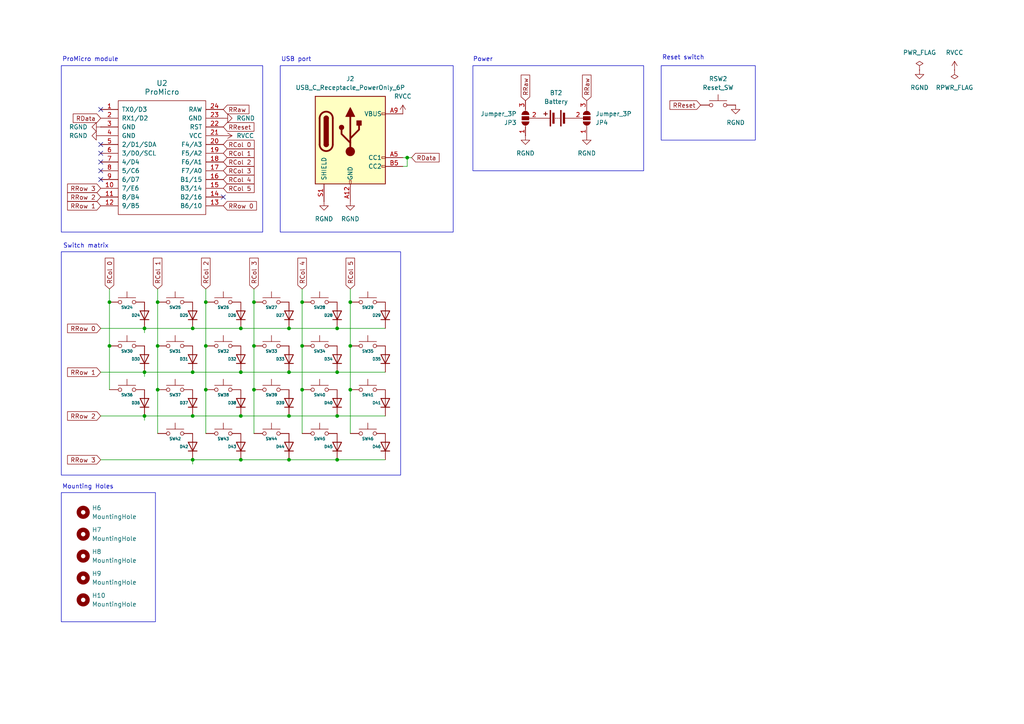
<source format=kicad_sch>
(kicad_sch (version 20231120) (generator "eeschema") (generator_version "8.0")
  (paper "A4")
  (lib_symbols
    (symbol "Connector:USB_C_Receptacle_PowerOnly_6P" (pin_names (offset 1.016))
      (property "Reference" "J" (at 0 16.51 0))
      (property "Value" "USB_C_Receptacle_PowerOnly_6P" (at 0 13.97 0))
      (symbol "USB_C_Receptacle_PowerOnly_6P_0_0"
        (rectangle (start -0.254 -12.7) (end 0.254 -11.684))
        (rectangle (start 10.16 -7.366) (end 9.144 -7.874))
        (rectangle (start 10.16 -4.826) (end 9.144 -5.334))
        (rectangle (start 10.16 7.874) (end 9.144 7.366))
      )
      (symbol "USB_C_Receptacle_PowerOnly_6P_0_1"
        (rectangle (start -10.16 12.7) (end 10.16 -12.7) (stroke (width 0.254)) (fill (type background)))
        (arc (start -8.89 -1.27) (mid -6.985 -3.1667) (end -5.08 -1.27) (stroke (width 0.508)))
        (arc (start -7.62 -1.27) (mid -6.985 -1.9023) (end -6.35 -1.27) (stroke (width 0.254)))
        (arc (start -7.62 -1.27) (mid -6.985 -1.9023) (end -6.35 -1.27) (stroke (width 0.254)) (fill (type outline)))
        (rectangle (start -7.62 -1.27) (end -6.35 6.35) (stroke (width 0.254)) (fill (type outline)))
        (arc (start -6.35 6.35) (mid -6.985 6.9823) (end -7.62 6.35) (stroke (width 0.254)))
        (arc (start -6.35 6.35) (mid -6.985 6.9823) (end -7.62 6.35) (stroke (width 0.254)) (fill (type outline)))
        (arc (start -5.08 6.35) (mid -6.985 8.2467) (end -8.89 6.35) (stroke (width 0.508)))
        (circle (center -2.54 3.683) (radius 0.635) (stroke (width 0.254)) (fill (type outline)))
        (circle (center 0 -3.302) (radius 1.27) (fill (type outline)))
        (polyline (pts (xy -8.89 -1.27) (xy -8.89 6.35)) (stroke (width 0.508)))
        (polyline (pts (xy -5.08 6.35) (xy -5.08 -1.27)) (stroke (width 0.508)))
        (polyline (pts (xy 0 -3.302) (xy 0 6.858)) (stroke (width 0.508)))
        (polyline (pts (xy 0 -0.762) (xy -2.54 1.778) (xy -2.54 3.048)) (stroke (width 0.508)))
        (polyline (pts (xy 0 0.508) (xy 2.54 3.048) (xy 2.54 4.318)) (stroke (width 0.508)))
        (polyline (pts (xy -1.27 6.858) (xy 0 9.398) (xy 1.27 6.858) (xy -1.27 6.858)) (stroke (width 0.254)) (fill (type outline)))
        (rectangle (start 1.905 4.318) (end 3.175 5.588) (stroke (width 0.254)) (fill (type outline)))
      )
      (symbol "USB_C_Receptacle_PowerOnly_6P_1_1"
        (pin passive line (at 0 -17.78 90) (length 5.08) (name "GND") (number "A12"))
        (pin bidirectional line (at 15.24 -5.08 180) (length 5.08) (name "CC1") (number "A5"))
        (pin passive line (at 15.24 7.62 180) (length 5.08) (name "VBUS") (number "A9"))
        (pin passive line (at 0 -17.78 90) (length 5.08) hide (name "GND") (number "B12"))
        (pin bidirectional line (at 15.24 -7.62 180) (length 5.08) (name "CC2") (number "B5"))
        (pin passive line (at 15.24 7.62 180) (length 5.08) hide (name "VBUS") (number "B9"))
        (pin passive line (at -7.62 -17.78 90) (length 5.08) (name "SHIELD") (number "S1"))
      )
    )
    (symbol "Device:Battery" (pin_numbers hide) (pin_names (offset 0) hide)
      (property "Reference" "BT" (at 2.54 2.54 0))
      (property "Value" "Battery" (at 2.54 0 0))
      (symbol "Battery_0_1"
        (rectangle (start -2.286 -1.27) (end 2.286 -1.524) (fill (type outline)))
        (rectangle (start -2.286 1.778) (end 2.286 1.524) (fill (type outline)))
        (rectangle (start -1.524 -2.032) (end 1.524 -2.54) (fill (type outline)))
        (rectangle (start -1.524 1.016) (end 1.524 0.508) (fill (type outline)))
        (polyline (pts (xy 0 -1.016) (xy 0 -0.762)))
        (polyline (pts (xy 0 -0.508) (xy 0 -0.254)))
        (polyline (pts (xy 0 0) (xy 0 0.254)))
        (polyline (pts (xy 0 1.778) (xy 0 2.54)))
        (polyline (pts (xy 0.762 3.048) (xy 1.778 3.048)) (stroke (width 0.254)))
        (polyline (pts (xy 1.27 3.556) (xy 1.27 2.54)) (stroke (width 0.254)))
      )
      (symbol "Battery_1_1"
        (pin passive line (at 0 5.08 270) (length 2.54) (name "+") (number "1"))
        (pin passive line (at 0 -5.08 90) (length 2.54) (name "-") (number "2"))
      )
    )
    (symbol "Device:D" (pin_numbers hide) (pin_names (offset 1.016) hide)
      (property "Reference" "D" (at 0 2.54 0))
      (property "Value" "D" (at 0 -2.54 0))
      (symbol "D_0_1"
        (polyline (pts (xy -1.27 1.27) (xy -1.27 -1.27)) (stroke (width 0.254)))
        (polyline (pts (xy 1.27 0) (xy -1.27 0)))
        (polyline (pts (xy 1.27 1.27) (xy 1.27 -1.27) (xy -1.27 0) (xy 1.27 1.27)) (stroke (width 0.254)))
      )
      (symbol "D_1_1"
        (pin passive line (at -3.81 0 0) (length 2.54) (name "K") (number "1"))
        (pin passive line (at 3.81 0 180) (length 2.54) (name "A") (number "2"))
      )
    )
    (symbol "Jumper:SolderJumper_3_Open" (pin_names (offset 0) hide) (exclude_from_sim yes) (in_bom no)
      (property "Reference" "JP" (at -2.54 -2.54 0))
      (property "Value" "SolderJumper_3_Open" (at 0 2.794 0))
      (symbol "SolderJumper_3_Open_0_1"
        (arc (start -1.016 1.016) (mid -2.0276 0) (end -1.016 -1.016))
        (arc (start -1.016 1.016) (mid -2.0276 0) (end -1.016 -1.016) (fill (type outline)))
        (rectangle (start -0.508 1.016) (end 0.508 -1.016) (fill (type outline)))
        (polyline (pts (xy -2.54 0) (xy -2.032 0)))
        (polyline (pts (xy -1.016 1.016) (xy -1.016 -1.016)))
        (polyline (pts (xy 0 -1.27) (xy 0 -1.016)))
        (polyline (pts (xy 1.016 1.016) (xy 1.016 -1.016)))
        (polyline (pts (xy 2.54 0) (xy 2.032 0)))
        (arc (start 1.016 -1.016) (mid 2.0276 0) (end 1.016 1.016))
        (arc (start 1.016 -1.016) (mid 2.0276 0) (end 1.016 1.016) (fill (type outline)))
      )
      (symbol "SolderJumper_3_Open_1_1"
        (pin passive line (at -5.08 0 0) (length 2.54) (name "A") (number "1"))
        (pin passive line (at 0 -3.81 90) (length 2.54) (name "C") (number "2"))
        (pin passive line (at 5.08 0 180) (length 2.54) (name "B") (number "3"))
      )
    )
    (symbol "Mechanical:MountingHole" (pin_names (offset 1.016)) (exclude_from_sim yes) (in_bom no)
      (property "Reference" "H" (at 0 5.08 0))
      (property "Value" "MountingHole" (at 0 3.175 0))
      (symbol "MountingHole_0_1"
        (circle (center 0 0) (radius 1.27) (stroke (width 1.27)))
      )
    )
    (symbol "Switch:SW_Push" (pin_numbers hide) (pin_names (offset 1.016) hide)
      (property "Reference" "SW" (at 1.27 2.54 0))
      (property "Value" "SW_Push" (at 0 -1.524 0))
      (symbol "SW_Push_0_1"
        (circle (center -2.032 0) (radius 0.508))
        (polyline (pts (xy 0 1.27) (xy 0 3.048)))
        (polyline (pts (xy 2.54 1.27) (xy -2.54 1.27)))
        (circle (center 2.032 0) (radius 0.508))
        (pin passive line (at -5.08 0 0) (length 2.54) (name "1") (number "1"))
        (pin passive line (at 5.08 0 180) (length 2.54) (name "2") (number "2"))
      )
    )
    (symbol "kbd:ProMicro" (pin_names (offset 1.016))
      (property "Reference" "U" (at 0 19.05 0))
      (property "Value" "ProMicro" (at 0 -19.05 0))
      (symbol "ProMicro_0_1"
        (rectangle (start -12.7 16.51) (end 12.7 -16.51))
      )
      (symbol "ProMicro_1_1"
        (pin bidirectional line (at -17.78 13.97 0) (length 5.08) (name "TX0/D3") (number "1"))
        (pin bidirectional line (at -17.78 -8.89 0) (length 5.08) (name "7/E6") (number "10"))
        (pin bidirectional line (at -17.78 -11.43 0) (length 5.08) (name "8/B4") (number "11"))
        (pin bidirectional line (at -17.78 -13.97 0) (length 5.08) (name "9/B5") (number "12"))
        (pin bidirectional line (at 17.78 -13.97 180) (length 5.08) (name "B6/10") (number "13"))
        (pin bidirectional line (at 17.78 -11.43 180) (length 5.08) (name "B2/16") (number "14"))
        (pin bidirectional line (at 17.78 -8.89 180) (length 5.08) (name "B3/14") (number "15"))
        (pin bidirectional line (at 17.78 -6.35 180) (length 5.08) (name "B1/15") (number "16"))
        (pin bidirectional line (at 17.78 -3.81 180) (length 5.08) (name "F7/A0") (number "17"))
        (pin bidirectional line (at 17.78 -1.27 180) (length 5.08) (name "F6/A1") (number "18"))
        (pin bidirectional line (at 17.78 1.27 180) (length 5.08) (name "F5/A2") (number "19"))
        (pin bidirectional line (at -17.78 11.43 0) (length 5.08) (name "RX1/D2") (number "2"))
        (pin bidirectional line (at 17.78 3.81 180) (length 5.08) (name "F4/A3") (number "20"))
        (pin power_in line (at 17.78 6.35 180) (length 5.08) (name "VCC") (number "21"))
        (pin input line (at 17.78 8.89 180) (length 5.08) (name "RST") (number "22"))
        (pin power_in line (at 17.78 11.43 180) (length 5.08) (name "GND") (number "23"))
        (pin power_out line (at 17.78 13.97 180) (length 5.08) (name "RAW") (number "24"))
        (pin power_in line (at -17.78 8.89 0) (length 5.08) (name "GND") (number "3"))
        (pin power_in line (at -17.78 6.35 0) (length 5.08) (name "GND") (number "4"))
        (pin bidirectional line (at -17.78 3.81 0) (length 5.08) (name "2/D1/SDA") (number "5"))
        (pin bidirectional line (at -17.78 1.27 0) (length 5.08) (name "3/D0/SCL") (number "6"))
        (pin bidirectional line (at -17.78 -1.27 0) (length 5.08) (name "4/D4") (number "7"))
        (pin bidirectional line (at -17.78 -3.81 0) (length 5.08) (name "5/C6") (number "8"))
        (pin bidirectional line (at -17.78 -6.35 0) (length 5.08) (name "6/D7") (number "9"))
      )
    )
    (symbol "power:GND" (power) (pin_numbers hide) (pin_names (offset 0) hide)
      (property "Value" "GND" (at 0 -3.81 0))
      (symbol "GND_0_1"
        (polyline (pts (xy 0 0) (xy 0 -1.27) (xy 1.27 -1.27) (xy 0 -2.54) (xy -1.27 -1.27) (xy 0 -1.27)))
      )
      (symbol "GND_1_1"
        (pin power_in line (at 0 0 270) (length 0) (name "~") (number "1"))
      )
    )
    (symbol "power:PWR_FLAG" (power) (pin_numbers hide) (pin_names (offset 0) hide)
      (property "Value" "PWR_FLAG" (at 0 3.81 0))
      (symbol "PWR_FLAG_0_0"
        (pin power_out line (at 0 0 90) (length 0) (name "~") (number "1"))
      )
      (symbol "PWR_FLAG_0_1"
        (polyline (pts (xy 0 0) (xy 0 1.27) (xy -1.016 1.905) (xy 0 2.54) (xy 1.016 1.905) (xy 0 1.27)))
      )
    )
    (symbol "power:VCC" (power) (pin_numbers hide) (pin_names (offset 0) hide)
      (property "Value" "VCC" (at 0 3.556 0))
      (symbol "VCC_0_1"
        (polyline (pts (xy -0.762 1.27) (xy 0 2.54)))
        (polyline (pts (xy 0 0) (xy 0 2.54)))
        (polyline (pts (xy 0 2.54) (xy 0.762 1.27)))
      )
      (symbol "VCC_1_1"
        (pin power_in line (at 0 0 90) (length 0) (name "~") (number "1"))
      )
    )
  )
  (junction (at 83.82 95.25))
  (junction (at 101.6 100.33))
  (junction (at 45.72 87.63))
  (junction (at 83.82 120.65))
  (junction (at 73.66 100.33))
  (junction (at 55.88 120.65))
  (junction (at 31.75 100.33))
  (junction (at 69.85 107.95))
  (junction (at 97.79 107.95))
  (junction (at 97.79 120.65))
  (junction (at 31.75 87.63))
  (junction (at 59.69 87.63))
  (junction (at 45.72 113.03))
  (junction (at 101.6 113.03))
  (junction (at 55.88 107.95))
  (junction (at 55.88 95.25))
  (junction (at 41.91 95.25))
  (junction (at 59.69 100.33))
  (junction (at 73.66 87.63))
  (junction (at 41.91 120.65))
  (junction (at 69.85 133.35))
  (junction (at 55.88 133.35))
  (junction (at 73.66 113.03))
  (junction (at 45.72 100.33))
  (junction (at 97.79 133.35))
  (junction (at 83.82 133.35))
  (junction (at 83.82 107.95))
  (junction (at 69.85 95.25))
  (junction (at 87.63 113.03))
  (junction (at 41.91 107.95))
  (junction (at 118.11 45.72))
  (junction (at 87.63 100.33))
  (junction (at 97.79 95.25))
  (junction (at 69.85 120.65))
  (junction (at 59.69 113.03))
  (junction (at 101.6 87.63))
  (junction (at 87.63 87.63))
  (no_connect (at 29.21 31.75))
  (no_connect (at 29.21 41.91))
  (no_connect (at 29.21 44.45))
  (no_connect (at 64.77 57.15))
  (no_connect (at 29.21 52.07))
  (no_connect (at 29.21 46.99))
  (no_connect (at 29.21 49.53))
  (wire (pts (xy 31.75 83.82) (xy 31.75 87.63)))
  (wire (pts (xy 59.69 83.82) (xy 59.69 87.63)))
  (wire (pts (xy 55.88 133.35) (xy 55.88 134.62)))
  (wire (pts (xy 97.79 120.65) (xy 111.76 120.65)))
  (wire (pts (xy 55.88 95.25) (xy 69.85 95.25)))
  (wire (pts (xy 55.88 120.65) (xy 69.85 120.65)))
  (wire (pts (xy 41.91 95.25) (xy 41.91 96.52)))
  (wire (pts (xy 45.72 87.63) (xy 45.72 100.33)))
  (wire (pts (xy 87.63 83.82) (xy 87.63 87.63)))
  (wire (pts (xy 41.91 107.95) (xy 55.88 107.95)))
  (wire (pts (xy 101.6 113.03) (xy 101.6 125.73)))
  (wire (pts (xy 101.6 83.82) (xy 101.6 87.63)))
  (wire (pts (xy 29.21 95.25) (xy 41.91 95.25)))
  (wire (pts (xy 83.82 107.95) (xy 97.79 107.95)))
  (wire (pts (xy 59.69 87.63) (xy 59.69 100.33)))
  (wire (pts (xy 118.11 45.72) (xy 118.11 48.26)))
  (wire (pts (xy 69.85 120.65) (xy 83.82 120.65)))
  (wire (pts (xy 41.91 120.65) (xy 55.88 120.65)))
  (wire (pts (xy 69.85 95.25) (xy 83.82 95.25)))
  (wire (pts (xy 97.79 95.25) (xy 111.76 95.25)))
  (wire (pts (xy 97.79 107.95) (xy 111.76 107.95)))
  (wire (pts (xy 101.6 100.33) (xy 101.6 113.03)))
  (wire (pts (xy 55.88 133.35) (xy 69.85 133.35)))
  (wire (pts (xy 101.6 87.63) (xy 101.6 100.33)))
  (wire (pts (xy 29.21 133.35) (xy 55.88 133.35)))
  (wire (pts (xy 69.85 133.35) (xy 83.82 133.35)))
  (wire (pts (xy 55.88 107.95) (xy 69.85 107.95)))
  (wire (pts (xy 45.72 100.33) (xy 45.72 113.03)))
  (wire (pts (xy 41.91 120.65) (xy 41.91 121.92)))
  (wire (pts (xy 69.85 107.95) (xy 83.82 107.95)))
  (wire (pts (xy 73.66 83.82) (xy 73.66 87.63)))
  (wire (pts (xy 45.72 83.82) (xy 45.72 87.63)))
  (wire (pts (xy 41.91 107.95) (xy 41.91 109.22)))
  (wire (pts (xy 41.91 95.25) (xy 55.88 95.25)))
  (wire (pts (xy 31.75 87.63) (xy 31.75 100.33)))
  (wire (pts (xy 83.82 95.25) (xy 97.79 95.25)))
  (wire (pts (xy 118.11 45.72) (xy 119.38 45.72)))
  (wire (pts (xy 116.84 48.26) (xy 118.11 48.26)))
  (wire (pts (xy 87.63 87.63) (xy 87.63 100.33)))
  (wire (pts (xy 73.66 113.03) (xy 73.66 125.73)))
  (wire (pts (xy 87.63 100.33) (xy 87.63 113.03)))
  (wire (pts (xy 59.69 113.03) (xy 59.69 125.73)))
  (wire (pts (xy 83.82 120.65) (xy 97.79 120.65)))
  (wire (pts (xy 97.79 133.35) (xy 111.76 133.35)))
  (wire (pts (xy 73.66 87.63) (xy 73.66 100.33)))
  (wire (pts (xy 31.75 100.33) (xy 31.75 113.03)))
  (wire (pts (xy 87.63 113.03) (xy 87.63 125.73)))
  (wire (pts (xy 45.72 113.03) (xy 45.72 125.73)))
  (wire (pts (xy 116.84 45.72) (xy 118.11 45.72)))
  (wire (pts (xy 83.82 133.35) (xy 97.79 133.35)))
  (wire (pts (xy 59.69 100.33) (xy 59.69 113.03)))
  (wire (pts (xy 29.21 107.95) (xy 41.91 107.95)))
  (wire (pts (xy 73.66 100.33) (xy 73.66 113.03)))
  (wire (pts (xy 29.21 120.65) (xy 41.91 120.65)))
  (rectangle (start 17.78 19.05) (end 76.2 67.31))
  (rectangle (start 137.16 19.05) (end 186.69 49.53))
  (rectangle (start 81.28 19.05) (end 131.445 67.31))
  (rectangle (start 191.77 19.05) (end 219.075 40.64))
  (rectangle (start 17.78 142.875) (end 45.085 180.34))
  (rectangle (start 17.78 73.025) (end 116.205 137.795))
  (text "Switch matrix" (at 18.288 72.136 0) (effects (font (size 1.27 1.27)) (justify left bottom)))
  (text "Mounting Holes" (at 18.034 141.986 0) (effects (font (size 1.27 1.27)) (justify left bottom)))
  (text "USB port" (at 81.534 18.034 0) (effects (font (size 1.27 1.27)) (justify left bottom)))
  (text "Power" (at 137.16 18.034 0) (effects (font (size 1.27 1.27)) (justify left bottom)))
  (text "ProMicro module" (at 18.034 18.034 0) (effects (font (size 1.27 1.27)) (justify left bottom)))
  (text "Reset switch" (at 192.024 17.526 0) (effects (font (size 1.27 1.27)) (justify left bottom)))
  (global_label "RData" (shape input) (at 119.38 45.72 0) (property "Intersheetrefs" "${INTERSHEET_REFS}" (effects (hide yes))))
  (global_label "RCol 0" (shape input) (at 64.77 41.91 0) (property "Intersheetrefs" "${INTERSHEET_REFS}" (effects (hide yes))))
  (global_label "RCol 1" (shape input) (at 64.77 44.45 0) (property "Intersheetrefs" "${INTERSHEET_REFS}" (effects (hide yes))))
  (global_label "RReset" (shape input) (at 203.2 30.48 180) (property "Intersheetrefs" "${INTERSHEET_REFS}" (effects (hide yes))))
  (global_label "RCol 2" (shape input) (at 64.77 46.99 0) (property "Intersheetrefs" "${INTERSHEET_REFS}" (effects (hide yes))))
  (global_label "RReset" (shape input) (at 64.77 36.83 0) (property "Intersheetrefs" "${INTERSHEET_REFS}" (effects (hide yes))))
  (global_label "RRow 0" (shape input) (at 29.21 95.25 180) (property "Intersheetrefs" "${INTERSHEET_REFS}" (effects (hide yes))))
  (global_label "RCol 5" (shape input) (at 101.6 83.82 90) (property "Intersheetrefs" "${INTERSHEET_REFS}" (effects (hide yes))))
  (global_label "RRaw" (shape input) (at 170.18 29.21 90) (property "Intersheetrefs" "${INTERSHEET_REFS}" (effects (hide yes))))
  (global_label "RRow 3" (shape input) (at 29.21 54.61 180) (property "Intersheetrefs" "${INTERSHEET_REFS}" (effects (hide yes))))
  (global_label "RCol 2" (shape input) (at 59.69 83.82 90) (property "Intersheetrefs" "${INTERSHEET_REFS}" (effects (hide yes))))
  (global_label "RData" (shape input) (at 29.21 34.29 180) (property "Intersheetrefs" "${INTERSHEET_REFS}" (effects (hide yes))))
  (global_label "RRow 2" (shape input) (at 29.21 120.65 180) (property "Intersheetrefs" "${INTERSHEET_REFS}" (effects (hide yes))))
  (global_label "RCol 1" (shape input) (at 45.72 83.82 90) (property "Intersheetrefs" "${INTERSHEET_REFS}" (effects (hide yes))))
  (global_label "RCol 3" (shape input) (at 73.66 83.82 90) (property "Intersheetrefs" "${INTERSHEET_REFS}" (effects (hide yes))))
  (global_label "RCol 3" (shape input) (at 64.77 49.53 0) (property "Intersheetrefs" "${INTERSHEET_REFS}" (effects (hide yes))))
  (global_label "RRow 3" (shape input) (at 29.21 133.35 180) (property "Intersheetrefs" "${INTERSHEET_REFS}" (effects (hide yes))))
  (global_label "RRow 1" (shape input) (at 29.21 107.95 180) (property "Intersheetrefs" "${INTERSHEET_REFS}" (effects (hide yes))))
  (global_label "RRaw" (shape input) (at 152.4 29.21 90) (property "Intersheetrefs" "${INTERSHEET_REFS}" (effects (hide yes))))
  (global_label "RCol 4" (shape input) (at 64.77 52.07 0) (property "Intersheetrefs" "${INTERSHEET_REFS}" (effects (hide yes))))
  (global_label "RRow 1" (shape input) (at 29.21 59.69 180) (property "Intersheetrefs" "${INTERSHEET_REFS}" (effects (hide yes))))
  (global_label "RCol 5" (shape input) (at 64.77 54.61 0) (property "Intersheetrefs" "${INTERSHEET_REFS}" (effects (hide yes))))
  (global_label "RCol 4" (shape input) (at 87.63 83.82 90) (property "Intersheetrefs" "${INTERSHEET_REFS}" (effects (hide yes))))
  (global_label "RRow 0" (shape input) (at 64.77 59.69 0) (property "Intersheetrefs" "${INTERSHEET_REFS}" (effects (hide yes))))
  (global_label "RRaw" (shape input) (at 64.77 31.75 0) (property "Intersheetrefs" "${INTERSHEET_REFS}" (effects (hide yes))))
  (global_label "RRow 2" (shape input) (at 29.21 57.15 180) (property "Intersheetrefs" "${INTERSHEET_REFS}" (effects (hide yes))))
  (global_label "RCol 0" (shape input) (at 31.75 83.82 90) (property "Intersheetrefs" "${INTERSHEET_REFS}" (effects (hide yes))))
  (symbol (lib_id "Switch:SW_Push") (at 64.77 125.73 0) (unit 1)
    (property "Reference" "SW43" (at 64.77 127.254 0) (effects (font (size 0.8128 0.8128))))
    (property "Value" "SW_Push" (effects (hide yes)))
    (property "Footprint" "axseem:SW_MX_Choc-v1v2_Hotswap" (effects (hide yes)))
    (property "Description" "Push button switch, generic, two pins" (effects (hide yes)))
  )
  (symbol (lib_id "Connector:USB_C_Receptacle_PowerOnly_6P") (at 101.6 40.64 0) (unit 1)
    (property "Reference" "J2" (at 101.6 22.86 0))
    (property "Value" "USB_C_Receptacle_PowerOnly_6P" (at 101.6 25.4 0))
    (property "Footprint" "axseem:USB-C_6Pin_Mid-mount" (effects (hide yes)))
    (property "Datasheet" "https://www.usb.org/sites/default/files/documents/usb_type-c.zip" (effects (hide yes)))
    (property "Description" "USB Power-Only 6P Type-C Receptacle connector" (effects (hide yes)))
  )
  (symbol (lib_id "Switch:SW_Push") (at 36.83 87.63 0) (unit 1)
    (property "Reference" "SW24" (at 36.83 89.154 0) (effects (font (size 0.8128 0.8128))))
    (property "Value" "SW_Push" (effects (hide yes)))
    (property "Footprint" "axseem:SW_MX_Choc-v1v2_Hotswap" (effects (hide yes)))
    (property "Description" "Push button switch, generic, two pins" (effects (hide yes)))
  )
  (symbol (lib_id "Switch:SW_Push") (at 36.83 100.33 0) (unit 1)
    (property "Reference" "SW30" (at 36.83 101.854 0) (effects (font (size 0.8128 0.8128))))
    (property "Value" "SW_Push" (effects (hide yes)))
    (property "Footprint" "axseem:SW_MX_Choc-v1v2_Hotswap" (effects (hide yes)))
    (property "Description" "Push button switch, generic, two pins" (effects (hide yes)))
  )
  (symbol (lib_id "Mechanical:MountingHole") (at 24.13 173.99 0) (unit 1) (exclude_from_sim yes) (in_bom no)
    (property "Reference" "H10" (at 26.67 172.7199 0) (effects (justify left)))
    (property "Value" "MountingHole" (at 26.67 175.2599 0) (effects (justify left)))
    (property "Footprint" "MountingHole:MountingHole_2.2mm_M2_DIN965" (effects (hide yes)))
    (property "Description" "Mounting Hole without connection" (effects (hide yes)))
  )
  (symbol (lib_id "Switch:SW_Push") (at 64.77 87.63 0) (unit 1)
    (property "Reference" "SW26" (at 64.77 89.154 0) (effects (font (size 0.8128 0.8128))))
    (property "Value" "SW_Push" (effects (hide yes)))
    (property "Footprint" "axseem:SW_MX_Choc-v1v2_Hotswap" (effects (hide yes)))
    (property "Description" "Push button switch, generic, two pins" (effects (hide yes)))
  )
  (symbol (lib_id "power:VCC") (at 64.77 39.37 270) (unit 1)
    (property "Reference" "#PWR019" (effects (hide yes)))
    (property "Value" "RVCC" (at 68.58 39.3699 90) (effects (justify left)))
    (property "Description" "Power symbol creates a global label with name \"VCC\"" (effects (hide yes)))
  )
  (symbol (lib_id "Jumper:SolderJumper_3_Open") (at 152.4 34.29 90) (unit 1) (exclude_from_sim yes) (in_bom no)
    (property "Reference" "JP3" (at 149.86 35.5601 90) (effects (justify left)))
    (property "Value" "Jumper_3P" (at 149.86 33.0201 90) (effects (justify left)))
    (property "Footprint" "axseem:SolderJumper-3_P" (effects (hide yes)))
    (property "Description" "Solder Jumper, 3-pole, open" (effects (hide yes)))
  )
  (symbol (lib_id "Device:D") (at 97.79 129.54 90) (unit 1)
    (property "Reference" "D45" (at 96.52 129.54 90) (effects (font (size 0.8128 0.8128)) (justify left)))
    (property "Value" "D" (effects (hide yes)))
    (property "Footprint" "Diode_SMD:D_SOD-323_HandSoldering" (effects (hide yes)))
    (property "Description" "Diode" (effects (hide yes)))
    (property "Sim.Device" "D" (effects (hide yes)))
    (property "Sim.Pins" "1=K 2=A" (effects (hide yes)))
  )
  (symbol (lib_id "Switch:SW_Push") (at 78.74 113.03 0) (unit 1)
    (property "Reference" "SW39" (at 78.74 114.554 0) (effects (font (size 0.8128 0.8128))))
    (property "Value" "SW_Push" (effects (hide yes)))
    (property "Footprint" "axseem:SW_MX_Choc-v1v2_Hotswap" (effects (hide yes)))
    (property "Description" "Push button switch, generic, two pins" (effects (hide yes)))
  )
  (symbol (lib_id "Switch:SW_Push") (at 92.71 100.33 0) (unit 1)
    (property "Reference" "SW34" (at 92.71 101.854 0) (effects (font (size 0.8128 0.8128))))
    (property "Value" "SW_Push" (effects (hide yes)))
    (property "Footprint" "axseem:SW_MX_Choc-v1v2_Hotswap" (effects (hide yes)))
    (property "Description" "Push button switch, generic, two pins" (effects (hide yes)))
  )
  (symbol (lib_id "Device:D") (at 55.88 104.14 90) (unit 1)
    (property "Reference" "D31" (at 54.61 104.14 90) (effects (font (size 0.8128 0.8128)) (justify left)))
    (property "Value" "D" (effects (hide yes)))
    (property "Footprint" "Diode_SMD:D_SOD-323_HandSoldering" (effects (hide yes)))
    (property "Description" "Diode" (effects (hide yes)))
    (property "Sim.Device" "D" (effects (hide yes)))
    (property "Sim.Pins" "1=K 2=A" (effects (hide yes)))
  )
  (symbol (lib_id "Switch:SW_Push") (at 78.74 125.73 0) (unit 1)
    (property "Reference" "SW44" (at 78.74 127.254 0) (effects (font (size 0.8128 0.8128))))
    (property "Value" "SW_Push" (effects (hide yes)))
    (property "Footprint" "axseem:SW_MX_Choc-v1v2_Hotswap" (effects (hide yes)))
    (property "Description" "Push button switch, generic, two pins" (effects (hide yes)))
  )
  (symbol (lib_id "Switch:SW_Push") (at 78.74 100.33 0) (unit 1)
    (property "Reference" "SW33" (at 78.74 101.854 0) (effects (font (size 0.8128 0.8128))))
    (property "Value" "SW_Push" (effects (hide yes)))
    (property "Footprint" "axseem:SW_MX_Choc-v1v2_Hotswap" (effects (hide yes)))
    (property "Description" "Push button switch, generic, two pins" (effects (hide yes)))
  )
  (symbol (lib_id "Device:D") (at 41.91 91.44 90) (unit 1)
    (property "Reference" "D24" (at 40.64 91.44 90) (effects (font (size 0.8128 0.8128)) (justify left)))
    (property "Value" "D" (effects (hide yes)))
    (property "Footprint" "Diode_SMD:D_SOD-323_HandSoldering" (effects (hide yes)))
    (property "Description" "Diode" (effects (hide yes)))
    (property "Sim.Device" "D" (effects (hide yes)))
    (property "Sim.Pins" "1=K 2=A" (effects (hide yes)))
  )
  (symbol (lib_id "power:GND") (at 29.21 39.37 270) (unit 1)
    (property "Reference" "#PWR018" (effects (hide yes)))
    (property "Value" "RGND" (at 25.4 39.3699 90) (effects (justify right)))
    (property "Description" "Power symbol creates a global label with name \"GND\" , ground" (effects (hide yes)))
  )
  (symbol (lib_id "Mechanical:MountingHole") (at 24.13 161.29 0) (unit 1) (exclude_from_sim yes) (in_bom no)
    (property "Reference" "H8" (at 26.67 160.0199 0) (effects (justify left)))
    (property "Value" "MountingHole" (at 26.67 162.5599 0) (effects (justify left)))
    (property "Footprint" "MountingHole:MountingHole_2.2mm_M2_DIN965" (effects (hide yes)))
    (property "Description" "Mounting Hole without connection" (effects (hide yes)))
  )
  (symbol (lib_id "power:PWR_FLAG") (at 276.86 20.32 180) (unit 1)
    (property "Reference" "#FLG04" (effects (hide yes)))
    (property "Value" "RPWR_FLAG" (at 276.86 25.4 0))
    (property "Description" "Special symbol for telling ERC where power comes from" (effects (hide yes)))
  )
  (symbol (lib_id "power:GND") (at 64.77 34.29 90) (unit 1)
    (property "Reference" "#PWR016" (effects (hide yes)))
    (property "Value" "RGND" (at 68.58 34.2899 90) (effects (justify right)))
    (property "Description" "Power symbol creates a global label with name \"GND\" , ground" (effects (hide yes)))
  )
  (symbol (lib_id "Device:D") (at 111.76 104.14 90) (unit 1)
    (property "Reference" "D35" (at 110.49 104.14 90) (effects (font (size 0.8128 0.8128)) (justify left)))
    (property "Value" "D" (effects (hide yes)))
    (property "Footprint" "Diode_SMD:D_SOD-323_HandSoldering" (effects (hide yes)))
    (property "Description" "Diode" (effects (hide yes)))
    (property "Sim.Device" "D" (effects (hide yes)))
    (property "Sim.Pins" "1=K 2=A" (effects (hide yes)))
  )
  (symbol (lib_id "Device:D") (at 111.76 116.84 90) (unit 1)
    (property "Reference" "D41" (at 110.49 116.84 90) (effects (font (size 0.8128 0.8128)) (justify left)))
    (property "Value" "D" (effects (hide yes)))
    (property "Footprint" "Diode_SMD:D_SOD-323_HandSoldering" (effects (hide yes)))
    (property "Description" "Diode" (effects (hide yes)))
    (property "Sim.Device" "D" (effects (hide yes)))
    (property "Sim.Pins" "1=K 2=A" (effects (hide yes)))
  )
  (symbol (lib_id "Device:D") (at 55.88 116.84 90) (unit 1)
    (property "Reference" "D37" (at 54.61 116.84 90) (effects (font (size 0.8128 0.8128)) (justify left)))
    (property "Value" "D" (effects (hide yes)))
    (property "Footprint" "Diode_SMD:D_SOD-323_HandSoldering" (effects (hide yes)))
    (property "Description" "Diode" (effects (hide yes)))
    (property "Sim.Device" "D" (effects (hide yes)))
    (property "Sim.Pins" "1=K 2=A" (effects (hide yes)))
  )
  (symbol (lib_id "Device:D") (at 55.88 91.44 90) (unit 1)
    (property "Reference" "D25" (at 54.61 91.44 90) (effects (font (size 0.8128 0.8128)) (justify left)))
    (property "Value" "D" (effects (hide yes)))
    (property "Footprint" "Diode_SMD:D_SOD-323_HandSoldering" (effects (hide yes)))
    (property "Description" "Diode" (effects (hide yes)))
    (property "Sim.Device" "D" (effects (hide yes)))
    (property "Sim.Pins" "1=K 2=A" (effects (hide yes)))
  )
  (symbol (lib_id "power:VCC") (at 116.84 33.02 0) (unit 1)
    (property "Reference" "#PWR015" (effects (hide yes)))
    (property "Value" "RVCC" (at 116.84 27.94 0))
    (property "Description" "Power symbol creates a global label with name \"VCC\"" (effects (hide yes)))
  )
  (symbol (lib_id "Device:D") (at 69.85 104.14 90) (unit 1)
    (property "Reference" "D32" (at 68.58 104.14 90) (effects (font (size 0.8128 0.8128)) (justify left)))
    (property "Value" "D" (effects (hide yes)))
    (property "Footprint" "Diode_SMD:D_SOD-323_HandSoldering" (effects (hide yes)))
    (property "Description" "Diode" (effects (hide yes)))
    (property "Sim.Device" "D" (effects (hide yes)))
    (property "Sim.Pins" "1=K 2=A" (effects (hide yes)))
  )
  (symbol (lib_id "Device:D") (at 83.82 91.44 90) (unit 1)
    (property "Reference" "D27" (at 82.55 91.44 90) (effects (font (size 0.8128 0.8128)) (justify left)))
    (property "Value" "D" (effects (hide yes)))
    (property "Footprint" "Diode_SMD:D_SOD-323_HandSoldering" (effects (hide yes)))
    (property "Description" "Diode" (effects (hide yes)))
    (property "Sim.Device" "D" (effects (hide yes)))
    (property "Sim.Pins" "1=K 2=A" (effects (hide yes)))
  )
  (symbol (lib_id "Switch:SW_Push") (at 92.71 87.63 0) (unit 1)
    (property "Reference" "SW28" (at 92.71 89.154 0) (effects (font (size 0.8128 0.8128))))
    (property "Value" "SW_Push" (effects (hide yes)))
    (property "Footprint" "axseem:SW_MX_Choc-v1v2_Hotswap" (effects (hide yes)))
    (property "Description" "Push button switch, generic, two pins" (effects (hide yes)))
  )
  (symbol (lib_id "Device:Battery") (at 161.29 34.29 90) (unit 1)
    (property "Reference" "BT2" (at 161.29 26.924 90))
    (property "Value" "Battery" (at 161.29 29.464 90))
    (property "Footprint" "axseem:JST_1.25mm_mid-mount" (effects (hide yes)))
    (property "Description" "Multiple-cell battery" (effects (hide yes)))
  )
  (symbol (lib_id "Device:D") (at 69.85 129.54 90) (unit 1)
    (property "Reference" "D43" (at 68.58 129.54 90) (effects (font (size 0.8128 0.8128)) (justify left)))
    (property "Value" "D" (effects (hide yes)))
    (property "Footprint" "Diode_SMD:D_SOD-323_HandSoldering" (effects (hide yes)))
    (property "Description" "Diode" (effects (hide yes)))
    (property "Sim.Device" "D" (effects (hide yes)))
    (property "Sim.Pins" "1=K 2=A" (effects (hide yes)))
  )
  (symbol (lib_id "power:GND") (at 213.36 30.48 0) (unit 1)
    (property "Reference" "#PWR020" (effects (hide yes)))
    (property "Value" "RGND" (at 213.36 35.56 0))
    (property "Description" "Power symbol creates a global label with name \"GND\" , ground" (effects (hide yes)))
  )
  (symbol (lib_id "Device:D") (at 55.88 129.54 90) (unit 1)
    (property "Reference" "D42" (at 54.61 129.54 90) (effects (font (size 0.8128 0.8128)) (justify left)))
    (property "Value" "D" (effects (hide yes)))
    (property "Footprint" "Diode_SMD:D_SOD-323_HandSoldering" (effects (hide yes)))
    (property "Description" "Diode" (effects (hide yes)))
    (property "Sim.Device" "D" (effects (hide yes)))
    (property "Sim.Pins" "1=K 2=A" (effects (hide yes)))
  )
  (symbol (lib_id "Switch:SW_Push") (at 64.77 113.03 0) (unit 1)
    (property "Reference" "SW38" (at 64.77 114.554 0) (effects (font (size 0.8128 0.8128))))
    (property "Value" "SW_Push" (effects (hide yes)))
    (property "Footprint" "axseem:SW_MX_Choc-v1v2_Hotswap" (effects (hide yes)))
    (property "Description" "Push button switch, generic, two pins" (effects (hide yes)))
  )
  (symbol (lib_id "power:GND") (at 266.7 20.32 0) (unit 1)
    (property "Reference" "#PWR012" (effects (hide yes)))
    (property "Value" "RGND" (at 266.7 25.4 0))
    (property "Description" "Power symbol creates a global label with name \"GND\" , ground" (effects (hide yes)))
  )
  (symbol (lib_id "Mechanical:MountingHole") (at 24.13 154.94 0) (unit 1) (exclude_from_sim yes) (in_bom no)
    (property "Reference" "H7" (at 26.67 153.6699 0) (effects (justify left)))
    (property "Value" "MountingHole" (at 26.67 156.2099 0) (effects (justify left)))
    (property "Footprint" "MountingHole:MountingHole_2.2mm_M2_DIN965" (effects (hide yes)))
    (property "Description" "Mounting Hole without connection" (effects (hide yes)))
  )
  (symbol (lib_id "Device:D") (at 111.76 129.54 90) (unit 1)
    (property "Reference" "D46" (at 110.49 129.54 90) (effects (font (size 0.8128 0.8128)) (justify left)))
    (property "Value" "D" (effects (hide yes)))
    (property "Footprint" "Diode_SMD:D_SOD-323_HandSoldering" (effects (hide yes)))
    (property "Description" "Diode" (effects (hide yes)))
    (property "Sim.Device" "D" (effects (hide yes)))
    (property "Sim.Pins" "1=K 2=A" (effects (hide yes)))
  )
  (symbol (lib_id "Switch:SW_Push") (at 106.68 113.03 0) (unit 1)
    (property "Reference" "SW41" (at 106.68 114.554 0) (effects (font (size 0.8128 0.8128))))
    (property "Value" "SW_Push" (effects (hide yes)))
    (property "Footprint" "axseem:SW_MX_Choc-v1v2_Hotswap" (effects (hide yes)))
    (property "Description" "Push button switch, generic, two pins" (effects (hide yes)))
  )
  (symbol (lib_id "power:PWR_FLAG") (at 266.7 20.32 0) (unit 1)
    (property "Reference" "#FLG03" (effects (hide yes)))
    (property "Value" "PWR_FLAG" (at 266.7 15.24 0))
    (property "Description" "Special symbol for telling ERC where power comes from" (effects (hide yes)))
  )
  (symbol (lib_id "Switch:SW_Push") (at 78.74 87.63 0) (unit 1)
    (property "Reference" "SW27" (at 78.74 89.154 0) (effects (font (size 0.8128 0.8128))))
    (property "Value" "SW_Push" (effects (hide yes)))
    (property "Footprint" "axseem:SW_MX_Choc-v1v2_Hotswap" (effects (hide yes)))
    (property "Description" "Push button switch, generic, two pins" (effects (hide yes)))
  )
  (symbol (lib_id "Device:D") (at 41.91 116.84 90) (unit 1)
    (property "Reference" "D36" (at 40.64 116.84 90) (effects (font (size 0.8128 0.8128)) (justify left)))
    (property "Value" "D" (effects (hide yes)))
    (property "Footprint" "Diode_SMD:D_SOD-323_HandSoldering" (effects (hide yes)))
    (property "Description" "Diode" (effects (hide yes)))
    (property "Sim.Device" "D" (effects (hide yes)))
    (property "Sim.Pins" "1=K 2=A" (effects (hide yes)))
  )
  (symbol (lib_id "Switch:SW_Push") (at 50.8 125.73 0) (unit 1)
    (property "Reference" "SW42" (at 50.8 127.254 0) (effects (font (size 0.8128 0.8128))))
    (property "Value" "SW_Push" (effects (hide yes)))
    (property "Footprint" "axseem:SW_MX_Choc-v1v2_Hotswap" (effects (hide yes)))
    (property "Description" "Push button switch, generic, two pins" (effects (hide yes)))
  )
  (symbol (lib_id "Device:D") (at 97.79 91.44 90) (unit 1)
    (property "Reference" "D28" (at 96.52 91.44 90) (effects (font (size 0.8128 0.8128)) (justify left)))
    (property "Value" "D" (effects (hide yes)))
    (property "Footprint" "Diode_SMD:D_SOD-323_HandSoldering" (effects (hide yes)))
    (property "Description" "Diode" (effects (hide yes)))
    (property "Sim.Device" "D" (effects (hide yes)))
    (property "Sim.Pins" "1=K 2=A" (effects (hide yes)))
  )
  (symbol (lib_id "Mechanical:MountingHole") (at 24.13 167.64 0) (unit 1) (exclude_from_sim yes) (in_bom no)
    (property "Reference" "H9" (at 26.67 166.3699 0) (effects (justify left)))
    (property "Value" "MountingHole" (at 26.67 168.9099 0) (effects (justify left)))
    (property "Footprint" "MountingHole:MountingHole_2.2mm_M2_DIN965" (effects (hide yes)))
    (property "Description" "Mounting Hole without connection" (effects (hide yes)))
  )
  (symbol (lib_id "Switch:SW_Push") (at 50.8 87.63 0) (unit 1)
    (property "Reference" "SW25" (at 50.8 89.154 0) (effects (font (size 0.8128 0.8128))))
    (property "Value" "SW_Push" (effects (hide yes)))
    (property "Footprint" "axseem:SW_MX_Choc-v1v2_Hotswap" (effects (hide yes)))
    (property "Description" "Push button switch, generic, two pins" (effects (hide yes)))
  )
  (symbol (lib_id "Switch:SW_Push") (at 106.68 100.33 0) (unit 1)
    (property "Reference" "SW35" (at 106.68 101.854 0) (effects (font (size 0.8128 0.8128))))
    (property "Value" "SW_Push" (effects (hide yes)))
    (property "Footprint" "axseem:SW_MX_Choc-v1v2_Hotswap" (effects (hide yes)))
    (property "Description" "Push button switch, generic, two pins" (effects (hide yes)))
  )
  (symbol (lib_id "Device:D") (at 83.82 104.14 90) (unit 1)
    (property "Reference" "D33" (at 82.55 104.14 90) (effects (font (size 0.8128 0.8128)) (justify left)))
    (property "Value" "D" (effects (hide yes)))
    (property "Footprint" "Diode_SMD:D_SOD-323_HandSoldering" (effects (hide yes)))
    (property "Description" "Diode" (effects (hide yes)))
    (property "Sim.Device" "D" (effects (hide yes)))
    (property "Sim.Pins" "1=K 2=A" (effects (hide yes)))
  )
  (symbol (lib_id "Device:D") (at 83.82 116.84 90) (unit 1)
    (property "Reference" "D39" (at 82.55 116.84 90) (effects (font (size 0.8128 0.8128)) (justify left)))
    (property "Value" "D" (effects (hide yes)))
    (property "Footprint" "Diode_SMD:D_SOD-323_HandSoldering" (effects (hide yes)))
    (property "Description" "Diode" (effects (hide yes)))
    (property "Sim.Device" "D" (effects (hide yes)))
    (property "Sim.Pins" "1=K 2=A" (effects (hide yes)))
  )
  (symbol (lib_id "Device:D") (at 69.85 91.44 90) (unit 1)
    (property "Reference" "D26" (at 68.58 91.44 90) (effects (font (size 0.8128 0.8128)) (justify left)))
    (property "Value" "D" (effects (hide yes)))
    (property "Footprint" "Diode_SMD:D_SOD-323_HandSoldering" (effects (hide yes)))
    (property "Description" "Diode" (effects (hide yes)))
    (property "Sim.Device" "D" (effects (hide yes)))
    (property "Sim.Pins" "1=K 2=A" (effects (hide yes)))
  )
  (symbol (lib_id "Switch:SW_Push") (at 106.68 125.73 0) (unit 1)
    (property "Reference" "SW46" (at 106.68 127.254 0) (effects (font (size 0.8128 0.8128))))
    (property "Value" "SW_Push" (effects (hide yes)))
    (property "Footprint" "axseem:SW_MX_Choc-v1v2_Hotswap" (effects (hide yes)))
    (property "Description" "Push button switch, generic, two pins" (effects (hide yes)))
  )
  (symbol (lib_id "Device:D") (at 41.91 104.14 90) (unit 1)
    (property "Reference" "D30" (at 40.64 104.14 90) (effects (font (size 0.8128 0.8128)) (justify left)))
    (property "Value" "D" (effects (hide yes)))
    (property "Footprint" "Diode_SMD:D_SOD-323_HandSoldering" (effects (hide yes)))
    (property "Description" "Diode" (effects (hide yes)))
    (property "Sim.Device" "D" (effects (hide yes)))
    (property "Sim.Pins" "1=K 2=A" (effects (hide yes)))
  )
  (symbol (lib_id "power:VCC") (at 276.86 20.32 0) (unit 1)
    (property "Reference" "#PWR013" (effects (hide yes)))
    (property "Value" "RVCC" (at 276.86 15.24 0))
    (property "Description" "Power symbol creates a global label with name \"VCC\"" (effects (hide yes)))
  )
  (symbol (lib_id "Switch:SW_Push") (at 208.28 30.48 0) (unit 1)
    (property "Reference" "RSW2" (at 208.28 22.86 0))
    (property "Value" "Reset_SW" (at 208.28 25.4 0))
    (property "Footprint" "axseem:TS-1289VE-4" (effects (hide yes)))
    (property "Description" "Push button switch, generic, two pins" (effects (hide yes)))
  )
  (symbol (lib_id "Device:D") (at 97.79 116.84 90) (unit 1)
    (property "Reference" "D40" (at 96.52 116.84 90) (effects (font (size 0.8128 0.8128)) (justify left)))
    (property "Value" "D" (effects (hide yes)))
    (property "Footprint" "Diode_SMD:D_SOD-323_HandSoldering" (effects (hide yes)))
    (property "Description" "Diode" (effects (hide yes)))
    (property "Sim.Device" "D" (effects (hide yes)))
    (property "Sim.Pins" "1=K 2=A" (effects (hide yes)))
  )
  (symbol (lib_id "Switch:SW_Push") (at 92.71 125.73 0) (unit 1)
    (property "Reference" "SW45" (at 92.71 127.254 0) (effects (font (size 0.8128 0.8128))))
    (property "Value" "SW_Push" (effects (hide yes)))
    (property "Footprint" "axseem:SW_MX_Choc-v1v2_Hotswap" (effects (hide yes)))
    (property "Description" "Push button switch, generic, two pins" (effects (hide yes)))
  )
  (symbol (lib_id "Device:D") (at 69.85 116.84 90) (unit 1)
    (property "Reference" "D38" (at 68.58 116.84 90) (effects (font (size 0.8128 0.8128)) (justify left)))
    (property "Value" "D" (effects (hide yes)))
    (property "Footprint" "Diode_SMD:D_SOD-323_HandSoldering" (effects (hide yes)))
    (property "Description" "Diode" (effects (hide yes)))
    (property "Sim.Device" "D" (effects (hide yes)))
    (property "Sim.Pins" "1=K 2=A" (effects (hide yes)))
  )
  (symbol (lib_id "Switch:SW_Push") (at 50.8 113.03 0) (unit 1)
    (property "Reference" "SW37" (at 50.8 114.554 0) (effects (font (size 0.8128 0.8128))))
    (property "Value" "SW_Push" (effects (hide yes)))
    (property "Footprint" "axseem:SW_MX_Choc-v1v2_Hotswap" (effects (hide yes)))
    (property "Description" "Push button switch, generic, two pins" (effects (hide yes)))
  )
  (symbol (lib_id "power:GND") (at 170.18 39.37 0) (unit 1)
    (property "Reference" "#PWR024" (effects (hide yes)))
    (property "Value" "RGND" (at 170.18 44.45 0))
    (property "Description" "Power symbol creates a global label with name \"GND\" , ground" (effects (hide yes)))
  )
  (symbol (lib_id "kbd:ProMicro") (at 46.99 45.72 0) (unit 1)
    (property "Reference" "U2" (at 46.99 24.13 0) (effects (font (size 1.524 1.524))))
    (property "Value" "ProMicro" (at 46.99 26.67 0) (effects (font (size 1.524 1.524))))
    (property "Footprint" "axseem:ProMicro_SMD" (effects (hide yes)))
  )
  (symbol (lib_id "Mechanical:MountingHole") (at 24.13 148.59 0) (unit 1) (exclude_from_sim yes) (in_bom no)
    (property "Reference" "H6" (at 26.67 147.3199 0) (effects (justify left)))
    (property "Value" "MountingHole" (at 26.67 149.8599 0) (effects (justify left)))
    (property "Footprint" "MountingHole:MountingHole_2.2mm_M2_DIN965" (effects (hide yes)))
    (property "Description" "Mounting Hole without connection" (effects (hide yes)))
  )
  (symbol (lib_id "Device:D") (at 97.79 104.14 90) (unit 1)
    (property "Reference" "D34" (at 96.52 104.14 90) (effects (font (size 0.8128 0.8128)) (justify left)))
    (property "Value" "D" (effects (hide yes)))
    (property "Footprint" "Diode_SMD:D_SOD-323_HandSoldering" (effects (hide yes)))
    (property "Description" "Diode" (effects (hide yes)))
    (property "Sim.Device" "D" (effects (hide yes)))
    (property "Sim.Pins" "1=K 2=A" (effects (hide yes)))
  )
  (symbol (lib_id "power:GND") (at 93.98 58.42 0) (unit 1)
    (property "Reference" "#PWR010" (effects (hide yes)))
    (property "Value" "RGND" (at 93.98 63.5 0))
    (property "Description" "Power symbol creates a global label with name \"GND\" , ground" (effects (hide yes)))
  )
  (symbol (lib_id "Jumper:SolderJumper_3_Open") (at 170.18 34.29 270) (mirror x) (unit 1) (exclude_from_sim yes) (in_bom no)
    (property "Reference" "JP4" (at 172.72 35.5601 90) (effects (justify left)))
    (property "Value" "Jumper_3P" (at 172.72 33.0201 90) (effects (justify left)))
    (property "Footprint" "axseem:SolderJumper-3_P" (effects (hide yes)))
    (property "Description" "Solder Jumper, 3-pole, open" (effects (hide yes)))
  )
  (symbol (lib_id "Switch:SW_Push") (at 106.68 87.63 0) (unit 1)
    (property "Reference" "SW29" (at 106.68 89.154 0) (effects (font (size 0.8128 0.8128))))
    (property "Value" "SW_Push" (effects (hide yes)))
    (property "Footprint" "axseem:SW_MX_Choc-v1v2_Hotswap" (effects (hide yes)))
    (property "Description" "Push button switch, generic, two pins" (effects (hide yes)))
  )
  (symbol (lib_id "Device:D") (at 111.76 91.44 90) (unit 1)
    (property "Reference" "D29" (at 110.49 91.44 90) (effects (font (size 0.8128 0.8128)) (justify left)))
    (property "Value" "D" (effects (hide yes)))
    (property "Footprint" "Diode_SMD:D_SOD-323_HandSoldering" (effects (hide yes)))
    (property "Description" "Diode" (effects (hide yes)))
    (property "Sim.Device" "D" (effects (hide yes)))
    (property "Sim.Pins" "1=K 2=A" (effects (hide yes)))
  )
  (symbol (lib_id "Device:D") (at 83.82 129.54 90) (unit 1)
    (property "Reference" "D44" (at 82.55 129.54 90) (effects (font (size 0.8128 0.8128)) (justify left)))
    (property "Value" "D" (effects (hide yes)))
    (property "Footprint" "Diode_SMD:D_SOD-323_HandSoldering" (effects (hide yes)))
    (property "Description" "Diode" (effects (hide yes)))
    (property "Sim.Device" "D" (effects (hide yes)))
    (property "Sim.Pins" "1=K 2=A" (effects (hide yes)))
  )
  (symbol (lib_id "Switch:SW_Push") (at 36.83 113.03 0) (unit 1)
    (property "Reference" "SW36" (at 36.83 114.554 0) (effects (font (size 0.8128 0.8128))))
    (property "Value" "SW_Push" (effects (hide yes)))
    (property "Footprint" "axseem:SW_MX_Choc-v1v2_Hotswap" (effects (hide yes)))
    (property "Description" "Push button switch, generic, two pins" (effects (hide yes)))
  )
  (symbol (lib_id "Switch:SW_Push") (at 92.71 113.03 0) (unit 1)
    (property "Reference" "SW40" (at 92.71 114.554 0) (effects (font (size 0.8128 0.8128))))
    (property "Value" "SW_Push" (effects (hide yes)))
    (property "Footprint" "axseem:SW_MX_Choc-v1v2_Hotswap" (effects (hide yes)))
    (property "Description" "Push button switch, generic, two pins" (effects (hide yes)))
  )
  (symbol (lib_id "Switch:SW_Push") (at 50.8 100.33 0) (unit 1)
    (property "Reference" "SW31" (at 50.8 101.854 0) (effects (font (size 0.8128 0.8128))))
    (property "Value" "SW_Push" (effects (hide yes)))
    (property "Footprint" "axseem:SW_MX_Choc-v1v2_Hotswap" (effects (hide yes)))
    (property "Description" "Push button switch, generic, two pins" (effects (hide yes)))
  )
  (symbol (lib_id "power:GND") (at 152.4 39.37 0) (unit 1)
    (property "Reference" "#PWR014" (effects (hide yes)))
    (property "Value" "RGND" (at 152.4 44.45 0))
    (property "Description" "Power symbol creates a global label with name \"GND\" , ground" (effects (hide yes)))
  )
  (symbol (lib_id "power:GND") (at 101.6 58.42 0) (unit 1)
    (property "Reference" "#PWR022" (effects (hide yes)))
    (property "Value" "RGND" (at 101.6 63.5 0))
    (property "Description" "Power symbol creates a global label with name \"GND\" , ground" (effects (hide yes)))
  )
  (symbol (lib_id "power:GND") (at 29.21 36.83 270) (unit 1)
    (property "Reference" "#PWR017" (effects (hide yes)))
    (property "Value" "RGND" (at 25.4 36.8299 90) (effects (justify right)))
    (property "Description" "Power symbol creates a global label with name \"GND\" , ground" (effects (hide yes)))
  )
  (symbol (lib_id "Switch:SW_Push") (at 64.77 100.33 0) (unit 1)
    (property "Reference" "SW32" (at 64.77 101.854 0) (effects (font (size 0.8128 0.8128))))
    (property "Value" "SW_Push" (effects (hide yes)))
    (property "Footprint" "axseem:SW_MX_Choc-v1v2_Hotswap" (effects (hide yes)))
    (property "Description" "Push button switch, generic, two pins" (effects (hide yes)))
  )
)
</source>
